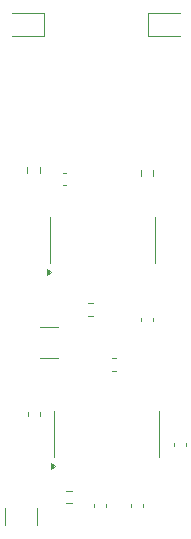
<source format=gbr>
%TF.GenerationSoftware,KiCad,Pcbnew,7.0.11*%
%TF.CreationDate,2025-02-23T17:02:09-08:00*%
%TF.ProjectId,enderman,656e6465-726d-4616-9e2e-6b696361645f,rev?*%
%TF.SameCoordinates,PX6ed1240PY84f1340*%
%TF.FileFunction,Legend,Top*%
%TF.FilePolarity,Positive*%
%FSLAX46Y46*%
G04 Gerber Fmt 4.6, Leading zero omitted, Abs format (unit mm)*
G04 Created by KiCad (PCBNEW 7.0.11) date 2025-02-23 17:02:09*
%MOMM*%
%LPD*%
G01*
G04 APERTURE LIST*
%ADD10C,0.120000*%
G04 APERTURE END LIST*
D10*
%TO.C,R2*%
X17772936Y66600000D02*
X19227064Y66600000D01*
X17772936Y63925000D02*
X19227064Y63925000D01*
%TO.C,R3*%
X14800000Y49772936D02*
X14800000Y51227064D01*
X17475000Y49772936D02*
X17475000Y51227064D01*
%TO.C,D1*%
X18085000Y91240000D02*
X18085000Y93160000D01*
X18085000Y93160000D02*
X15400000Y93160000D01*
X15400000Y91240000D02*
X18085000Y91240000D01*
%TO.C,C7*%
X19960580Y78607500D02*
X19679420Y78607500D01*
X19960580Y79627500D02*
X19679420Y79627500D01*
%TO.C,C3*%
X24140580Y62890000D02*
X23859420Y62890000D01*
X24140580Y63910000D02*
X23859420Y63910000D01*
%TO.C,C5*%
X25440000Y51583080D02*
X25440000Y51301920D01*
X26460000Y51583080D02*
X26460000Y51301920D01*
%TO.C,C4*%
X23320000Y51583080D02*
X23320000Y51301920D01*
X22300000Y51583080D02*
X22300000Y51301920D01*
%TO.C,R4*%
X19962742Y52715000D02*
X20437258Y52715000D01*
X19962742Y51670000D02*
X20437258Y51670000D01*
%TO.C,C1*%
X30110000Y56740580D02*
X30110000Y56459420D01*
X29090000Y56740580D02*
X29090000Y56459420D01*
%TO.C,R1*%
X21762742Y67520000D02*
X22237258Y67520000D01*
X21762742Y68565000D02*
X22237258Y68565000D01*
%TO.C,U1*%
X18640000Y71217500D02*
X18310000Y70977500D01*
X18310000Y71457500D01*
X18640000Y71217500D01*
G36*
X18640000Y71217500D02*
G01*
X18310000Y70977500D01*
X18310000Y71457500D01*
X18640000Y71217500D01*
G37*
X27445000Y73917500D02*
X27445000Y75867500D01*
X27445000Y73917500D02*
X27445000Y71967500D01*
X18575000Y73917500D02*
X18575000Y75867500D01*
X18575000Y73917500D02*
X18575000Y71967500D01*
%TO.C,U2*%
X18905000Y57517500D02*
X18905000Y55567500D01*
X18905000Y57517500D02*
X18905000Y59467500D01*
X27775000Y57517500D02*
X27775000Y55567500D01*
X27775000Y57517500D02*
X27775000Y59467500D01*
X18970000Y54817500D02*
X18640000Y54577500D01*
X18640000Y55057500D01*
X18970000Y54817500D01*
G36*
X18970000Y54817500D02*
G01*
X18640000Y54577500D01*
X18640000Y55057500D01*
X18970000Y54817500D01*
G37*
%TO.C,R5*%
X17722500Y80104758D02*
X17722500Y79630242D01*
X16677500Y80104758D02*
X16677500Y79630242D01*
%TO.C,D2*%
X26915000Y93160000D02*
X26915000Y91240000D01*
X26915000Y91240000D02*
X29600000Y91240000D01*
X29600000Y93160000D02*
X26915000Y93160000D01*
%TO.C,R6*%
X27322500Y79837258D02*
X27322500Y79362742D01*
X26277500Y79837258D02*
X26277500Y79362742D01*
%TO.C,C6*%
X16690000Y59059420D02*
X16690000Y59340580D01*
X17710000Y59059420D02*
X17710000Y59340580D01*
%TO.C,C2*%
X26290000Y67059420D02*
X26290000Y67340580D01*
X27310000Y67059420D02*
X27310000Y67340580D01*
%TD*%
M02*

</source>
